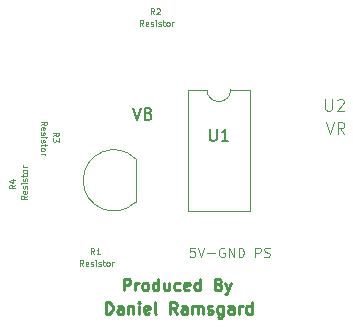
<source format=gbr>
%TF.GenerationSoftware,KiCad,Pcbnew,7.0.6-0*%
%TF.CreationDate,2023-07-26T14:31:40-04:00*%
%TF.ProjectId,Sleep_Apnea,536c6565-705f-4417-906e-65612e6b6963,rev?*%
%TF.SameCoordinates,Original*%
%TF.FileFunction,Legend,Top*%
%TF.FilePolarity,Positive*%
%FSLAX46Y46*%
G04 Gerber Fmt 4.6, Leading zero omitted, Abs format (unit mm)*
G04 Created by KiCad (PCBNEW 7.0.6-0) date 2023-07-26 14:31:40*
%MOMM*%
%LPD*%
G01*
G04 APERTURE LIST*
%ADD10C,0.250000*%
%ADD11C,0.100000*%
%ADD12C,0.150000*%
%ADD13C,0.120000*%
G04 APERTURE END LIST*
D10*
X132902568Y-117264619D02*
X132902568Y-116264619D01*
X132902568Y-116264619D02*
X133283520Y-116264619D01*
X133283520Y-116264619D02*
X133378758Y-116312238D01*
X133378758Y-116312238D02*
X133426377Y-116359857D01*
X133426377Y-116359857D02*
X133473996Y-116455095D01*
X133473996Y-116455095D02*
X133473996Y-116597952D01*
X133473996Y-116597952D02*
X133426377Y-116693190D01*
X133426377Y-116693190D02*
X133378758Y-116740809D01*
X133378758Y-116740809D02*
X133283520Y-116788428D01*
X133283520Y-116788428D02*
X132902568Y-116788428D01*
X133902568Y-117264619D02*
X133902568Y-116597952D01*
X133902568Y-116788428D02*
X133950187Y-116693190D01*
X133950187Y-116693190D02*
X133997806Y-116645571D01*
X133997806Y-116645571D02*
X134093044Y-116597952D01*
X134093044Y-116597952D02*
X134188282Y-116597952D01*
X134664473Y-117264619D02*
X134569235Y-117217000D01*
X134569235Y-117217000D02*
X134521616Y-117169380D01*
X134521616Y-117169380D02*
X134473997Y-117074142D01*
X134473997Y-117074142D02*
X134473997Y-116788428D01*
X134473997Y-116788428D02*
X134521616Y-116693190D01*
X134521616Y-116693190D02*
X134569235Y-116645571D01*
X134569235Y-116645571D02*
X134664473Y-116597952D01*
X134664473Y-116597952D02*
X134807330Y-116597952D01*
X134807330Y-116597952D02*
X134902568Y-116645571D01*
X134902568Y-116645571D02*
X134950187Y-116693190D01*
X134950187Y-116693190D02*
X134997806Y-116788428D01*
X134997806Y-116788428D02*
X134997806Y-117074142D01*
X134997806Y-117074142D02*
X134950187Y-117169380D01*
X134950187Y-117169380D02*
X134902568Y-117217000D01*
X134902568Y-117217000D02*
X134807330Y-117264619D01*
X134807330Y-117264619D02*
X134664473Y-117264619D01*
X135854949Y-117264619D02*
X135854949Y-116264619D01*
X135854949Y-117217000D02*
X135759711Y-117264619D01*
X135759711Y-117264619D02*
X135569235Y-117264619D01*
X135569235Y-117264619D02*
X135473997Y-117217000D01*
X135473997Y-117217000D02*
X135426378Y-117169380D01*
X135426378Y-117169380D02*
X135378759Y-117074142D01*
X135378759Y-117074142D02*
X135378759Y-116788428D01*
X135378759Y-116788428D02*
X135426378Y-116693190D01*
X135426378Y-116693190D02*
X135473997Y-116645571D01*
X135473997Y-116645571D02*
X135569235Y-116597952D01*
X135569235Y-116597952D02*
X135759711Y-116597952D01*
X135759711Y-116597952D02*
X135854949Y-116645571D01*
X136759711Y-116597952D02*
X136759711Y-117264619D01*
X136331140Y-116597952D02*
X136331140Y-117121761D01*
X136331140Y-117121761D02*
X136378759Y-117217000D01*
X136378759Y-117217000D02*
X136473997Y-117264619D01*
X136473997Y-117264619D02*
X136616854Y-117264619D01*
X136616854Y-117264619D02*
X136712092Y-117217000D01*
X136712092Y-117217000D02*
X136759711Y-117169380D01*
X137664473Y-117217000D02*
X137569235Y-117264619D01*
X137569235Y-117264619D02*
X137378759Y-117264619D01*
X137378759Y-117264619D02*
X137283521Y-117217000D01*
X137283521Y-117217000D02*
X137235902Y-117169380D01*
X137235902Y-117169380D02*
X137188283Y-117074142D01*
X137188283Y-117074142D02*
X137188283Y-116788428D01*
X137188283Y-116788428D02*
X137235902Y-116693190D01*
X137235902Y-116693190D02*
X137283521Y-116645571D01*
X137283521Y-116645571D02*
X137378759Y-116597952D01*
X137378759Y-116597952D02*
X137569235Y-116597952D01*
X137569235Y-116597952D02*
X137664473Y-116645571D01*
X138473997Y-117217000D02*
X138378759Y-117264619D01*
X138378759Y-117264619D02*
X138188283Y-117264619D01*
X138188283Y-117264619D02*
X138093045Y-117217000D01*
X138093045Y-117217000D02*
X138045426Y-117121761D01*
X138045426Y-117121761D02*
X138045426Y-116740809D01*
X138045426Y-116740809D02*
X138093045Y-116645571D01*
X138093045Y-116645571D02*
X138188283Y-116597952D01*
X138188283Y-116597952D02*
X138378759Y-116597952D01*
X138378759Y-116597952D02*
X138473997Y-116645571D01*
X138473997Y-116645571D02*
X138521616Y-116740809D01*
X138521616Y-116740809D02*
X138521616Y-116836047D01*
X138521616Y-116836047D02*
X138045426Y-116931285D01*
X139378759Y-117264619D02*
X139378759Y-116264619D01*
X139378759Y-117217000D02*
X139283521Y-117264619D01*
X139283521Y-117264619D02*
X139093045Y-117264619D01*
X139093045Y-117264619D02*
X138997807Y-117217000D01*
X138997807Y-117217000D02*
X138950188Y-117169380D01*
X138950188Y-117169380D02*
X138902569Y-117074142D01*
X138902569Y-117074142D02*
X138902569Y-116788428D01*
X138902569Y-116788428D02*
X138950188Y-116693190D01*
X138950188Y-116693190D02*
X138997807Y-116645571D01*
X138997807Y-116645571D02*
X139093045Y-116597952D01*
X139093045Y-116597952D02*
X139283521Y-116597952D01*
X139283521Y-116597952D02*
X139378759Y-116645571D01*
X140950188Y-116740809D02*
X141093045Y-116788428D01*
X141093045Y-116788428D02*
X141140664Y-116836047D01*
X141140664Y-116836047D02*
X141188283Y-116931285D01*
X141188283Y-116931285D02*
X141188283Y-117074142D01*
X141188283Y-117074142D02*
X141140664Y-117169380D01*
X141140664Y-117169380D02*
X141093045Y-117217000D01*
X141093045Y-117217000D02*
X140997807Y-117264619D01*
X140997807Y-117264619D02*
X140616855Y-117264619D01*
X140616855Y-117264619D02*
X140616855Y-116264619D01*
X140616855Y-116264619D02*
X140950188Y-116264619D01*
X140950188Y-116264619D02*
X141045426Y-116312238D01*
X141045426Y-116312238D02*
X141093045Y-116359857D01*
X141093045Y-116359857D02*
X141140664Y-116455095D01*
X141140664Y-116455095D02*
X141140664Y-116550333D01*
X141140664Y-116550333D02*
X141093045Y-116645571D01*
X141093045Y-116645571D02*
X141045426Y-116693190D01*
X141045426Y-116693190D02*
X140950188Y-116740809D01*
X140950188Y-116740809D02*
X140616855Y-116740809D01*
X141521617Y-116597952D02*
X141759712Y-117264619D01*
X141997807Y-116597952D02*
X141759712Y-117264619D01*
X141759712Y-117264619D02*
X141664474Y-117502714D01*
X141664474Y-117502714D02*
X141616855Y-117550333D01*
X141616855Y-117550333D02*
X141521617Y-117597952D01*
X131402568Y-119244619D02*
X131402568Y-118244619D01*
X131402568Y-118244619D02*
X131640663Y-118244619D01*
X131640663Y-118244619D02*
X131783520Y-118292238D01*
X131783520Y-118292238D02*
X131878758Y-118387476D01*
X131878758Y-118387476D02*
X131926377Y-118482714D01*
X131926377Y-118482714D02*
X131973996Y-118673190D01*
X131973996Y-118673190D02*
X131973996Y-118816047D01*
X131973996Y-118816047D02*
X131926377Y-119006523D01*
X131926377Y-119006523D02*
X131878758Y-119101761D01*
X131878758Y-119101761D02*
X131783520Y-119197000D01*
X131783520Y-119197000D02*
X131640663Y-119244619D01*
X131640663Y-119244619D02*
X131402568Y-119244619D01*
X132831139Y-119244619D02*
X132831139Y-118720809D01*
X132831139Y-118720809D02*
X132783520Y-118625571D01*
X132783520Y-118625571D02*
X132688282Y-118577952D01*
X132688282Y-118577952D02*
X132497806Y-118577952D01*
X132497806Y-118577952D02*
X132402568Y-118625571D01*
X132831139Y-119197000D02*
X132735901Y-119244619D01*
X132735901Y-119244619D02*
X132497806Y-119244619D01*
X132497806Y-119244619D02*
X132402568Y-119197000D01*
X132402568Y-119197000D02*
X132354949Y-119101761D01*
X132354949Y-119101761D02*
X132354949Y-119006523D01*
X132354949Y-119006523D02*
X132402568Y-118911285D01*
X132402568Y-118911285D02*
X132497806Y-118863666D01*
X132497806Y-118863666D02*
X132735901Y-118863666D01*
X132735901Y-118863666D02*
X132831139Y-118816047D01*
X133307330Y-118577952D02*
X133307330Y-119244619D01*
X133307330Y-118673190D02*
X133354949Y-118625571D01*
X133354949Y-118625571D02*
X133450187Y-118577952D01*
X133450187Y-118577952D02*
X133593044Y-118577952D01*
X133593044Y-118577952D02*
X133688282Y-118625571D01*
X133688282Y-118625571D02*
X133735901Y-118720809D01*
X133735901Y-118720809D02*
X133735901Y-119244619D01*
X134212092Y-119244619D02*
X134212092Y-118577952D01*
X134212092Y-118244619D02*
X134164473Y-118292238D01*
X134164473Y-118292238D02*
X134212092Y-118339857D01*
X134212092Y-118339857D02*
X134259711Y-118292238D01*
X134259711Y-118292238D02*
X134212092Y-118244619D01*
X134212092Y-118244619D02*
X134212092Y-118339857D01*
X135069234Y-119197000D02*
X134973996Y-119244619D01*
X134973996Y-119244619D02*
X134783520Y-119244619D01*
X134783520Y-119244619D02*
X134688282Y-119197000D01*
X134688282Y-119197000D02*
X134640663Y-119101761D01*
X134640663Y-119101761D02*
X134640663Y-118720809D01*
X134640663Y-118720809D02*
X134688282Y-118625571D01*
X134688282Y-118625571D02*
X134783520Y-118577952D01*
X134783520Y-118577952D02*
X134973996Y-118577952D01*
X134973996Y-118577952D02*
X135069234Y-118625571D01*
X135069234Y-118625571D02*
X135116853Y-118720809D01*
X135116853Y-118720809D02*
X135116853Y-118816047D01*
X135116853Y-118816047D02*
X134640663Y-118911285D01*
X135688282Y-119244619D02*
X135593044Y-119197000D01*
X135593044Y-119197000D02*
X135545425Y-119101761D01*
X135545425Y-119101761D02*
X135545425Y-118244619D01*
X137402568Y-119244619D02*
X137069235Y-118768428D01*
X136831140Y-119244619D02*
X136831140Y-118244619D01*
X136831140Y-118244619D02*
X137212092Y-118244619D01*
X137212092Y-118244619D02*
X137307330Y-118292238D01*
X137307330Y-118292238D02*
X137354949Y-118339857D01*
X137354949Y-118339857D02*
X137402568Y-118435095D01*
X137402568Y-118435095D02*
X137402568Y-118577952D01*
X137402568Y-118577952D02*
X137354949Y-118673190D01*
X137354949Y-118673190D02*
X137307330Y-118720809D01*
X137307330Y-118720809D02*
X137212092Y-118768428D01*
X137212092Y-118768428D02*
X136831140Y-118768428D01*
X138259711Y-119244619D02*
X138259711Y-118720809D01*
X138259711Y-118720809D02*
X138212092Y-118625571D01*
X138212092Y-118625571D02*
X138116854Y-118577952D01*
X138116854Y-118577952D02*
X137926378Y-118577952D01*
X137926378Y-118577952D02*
X137831140Y-118625571D01*
X138259711Y-119197000D02*
X138164473Y-119244619D01*
X138164473Y-119244619D02*
X137926378Y-119244619D01*
X137926378Y-119244619D02*
X137831140Y-119197000D01*
X137831140Y-119197000D02*
X137783521Y-119101761D01*
X137783521Y-119101761D02*
X137783521Y-119006523D01*
X137783521Y-119006523D02*
X137831140Y-118911285D01*
X137831140Y-118911285D02*
X137926378Y-118863666D01*
X137926378Y-118863666D02*
X138164473Y-118863666D01*
X138164473Y-118863666D02*
X138259711Y-118816047D01*
X138735902Y-119244619D02*
X138735902Y-118577952D01*
X138735902Y-118673190D02*
X138783521Y-118625571D01*
X138783521Y-118625571D02*
X138878759Y-118577952D01*
X138878759Y-118577952D02*
X139021616Y-118577952D01*
X139021616Y-118577952D02*
X139116854Y-118625571D01*
X139116854Y-118625571D02*
X139164473Y-118720809D01*
X139164473Y-118720809D02*
X139164473Y-119244619D01*
X139164473Y-118720809D02*
X139212092Y-118625571D01*
X139212092Y-118625571D02*
X139307330Y-118577952D01*
X139307330Y-118577952D02*
X139450187Y-118577952D01*
X139450187Y-118577952D02*
X139545426Y-118625571D01*
X139545426Y-118625571D02*
X139593045Y-118720809D01*
X139593045Y-118720809D02*
X139593045Y-119244619D01*
X140021616Y-119197000D02*
X140116854Y-119244619D01*
X140116854Y-119244619D02*
X140307330Y-119244619D01*
X140307330Y-119244619D02*
X140402568Y-119197000D01*
X140402568Y-119197000D02*
X140450187Y-119101761D01*
X140450187Y-119101761D02*
X140450187Y-119054142D01*
X140450187Y-119054142D02*
X140402568Y-118958904D01*
X140402568Y-118958904D02*
X140307330Y-118911285D01*
X140307330Y-118911285D02*
X140164473Y-118911285D01*
X140164473Y-118911285D02*
X140069235Y-118863666D01*
X140069235Y-118863666D02*
X140021616Y-118768428D01*
X140021616Y-118768428D02*
X140021616Y-118720809D01*
X140021616Y-118720809D02*
X140069235Y-118625571D01*
X140069235Y-118625571D02*
X140164473Y-118577952D01*
X140164473Y-118577952D02*
X140307330Y-118577952D01*
X140307330Y-118577952D02*
X140402568Y-118625571D01*
X141307330Y-118577952D02*
X141307330Y-119387476D01*
X141307330Y-119387476D02*
X141259711Y-119482714D01*
X141259711Y-119482714D02*
X141212092Y-119530333D01*
X141212092Y-119530333D02*
X141116854Y-119577952D01*
X141116854Y-119577952D02*
X140973997Y-119577952D01*
X140973997Y-119577952D02*
X140878759Y-119530333D01*
X141307330Y-119197000D02*
X141212092Y-119244619D01*
X141212092Y-119244619D02*
X141021616Y-119244619D01*
X141021616Y-119244619D02*
X140926378Y-119197000D01*
X140926378Y-119197000D02*
X140878759Y-119149380D01*
X140878759Y-119149380D02*
X140831140Y-119054142D01*
X140831140Y-119054142D02*
X140831140Y-118768428D01*
X140831140Y-118768428D02*
X140878759Y-118673190D01*
X140878759Y-118673190D02*
X140926378Y-118625571D01*
X140926378Y-118625571D02*
X141021616Y-118577952D01*
X141021616Y-118577952D02*
X141212092Y-118577952D01*
X141212092Y-118577952D02*
X141307330Y-118625571D01*
X142212092Y-119244619D02*
X142212092Y-118720809D01*
X142212092Y-118720809D02*
X142164473Y-118625571D01*
X142164473Y-118625571D02*
X142069235Y-118577952D01*
X142069235Y-118577952D02*
X141878759Y-118577952D01*
X141878759Y-118577952D02*
X141783521Y-118625571D01*
X142212092Y-119197000D02*
X142116854Y-119244619D01*
X142116854Y-119244619D02*
X141878759Y-119244619D01*
X141878759Y-119244619D02*
X141783521Y-119197000D01*
X141783521Y-119197000D02*
X141735902Y-119101761D01*
X141735902Y-119101761D02*
X141735902Y-119006523D01*
X141735902Y-119006523D02*
X141783521Y-118911285D01*
X141783521Y-118911285D02*
X141878759Y-118863666D01*
X141878759Y-118863666D02*
X142116854Y-118863666D01*
X142116854Y-118863666D02*
X142212092Y-118816047D01*
X142688283Y-119244619D02*
X142688283Y-118577952D01*
X142688283Y-118768428D02*
X142735902Y-118673190D01*
X142735902Y-118673190D02*
X142783521Y-118625571D01*
X142783521Y-118625571D02*
X142878759Y-118577952D01*
X142878759Y-118577952D02*
X142973997Y-118577952D01*
X143735902Y-119244619D02*
X143735902Y-118244619D01*
X143735902Y-119197000D02*
X143640664Y-119244619D01*
X143640664Y-119244619D02*
X143450188Y-119244619D01*
X143450188Y-119244619D02*
X143354950Y-119197000D01*
X143354950Y-119197000D02*
X143307331Y-119149380D01*
X143307331Y-119149380D02*
X143259712Y-119054142D01*
X143259712Y-119054142D02*
X143259712Y-118768428D01*
X143259712Y-118768428D02*
X143307331Y-118673190D01*
X143307331Y-118673190D02*
X143354950Y-118625571D01*
X143354950Y-118625571D02*
X143450188Y-118577952D01*
X143450188Y-118577952D02*
X143640664Y-118577952D01*
X143640664Y-118577952D02*
X143735902Y-118625571D01*
D11*
X138937217Y-113636895D02*
X138556265Y-113636895D01*
X138556265Y-113636895D02*
X138518169Y-114017847D01*
X138518169Y-114017847D02*
X138556265Y-113979752D01*
X138556265Y-113979752D02*
X138632455Y-113941657D01*
X138632455Y-113941657D02*
X138822931Y-113941657D01*
X138822931Y-113941657D02*
X138899122Y-113979752D01*
X138899122Y-113979752D02*
X138937217Y-114017847D01*
X138937217Y-114017847D02*
X138975312Y-114094038D01*
X138975312Y-114094038D02*
X138975312Y-114284514D01*
X138975312Y-114284514D02*
X138937217Y-114360704D01*
X138937217Y-114360704D02*
X138899122Y-114398800D01*
X138899122Y-114398800D02*
X138822931Y-114436895D01*
X138822931Y-114436895D02*
X138632455Y-114436895D01*
X138632455Y-114436895D02*
X138556265Y-114398800D01*
X138556265Y-114398800D02*
X138518169Y-114360704D01*
X139203884Y-113636895D02*
X139470551Y-114436895D01*
X139470551Y-114436895D02*
X139737217Y-113636895D01*
X140003884Y-114132133D02*
X140613408Y-114132133D01*
X141413407Y-113674990D02*
X141337217Y-113636895D01*
X141337217Y-113636895D02*
X141222931Y-113636895D01*
X141222931Y-113636895D02*
X141108645Y-113674990D01*
X141108645Y-113674990D02*
X141032455Y-113751180D01*
X141032455Y-113751180D02*
X140994360Y-113827371D01*
X140994360Y-113827371D02*
X140956264Y-113979752D01*
X140956264Y-113979752D02*
X140956264Y-114094038D01*
X140956264Y-114094038D02*
X140994360Y-114246419D01*
X140994360Y-114246419D02*
X141032455Y-114322609D01*
X141032455Y-114322609D02*
X141108645Y-114398800D01*
X141108645Y-114398800D02*
X141222931Y-114436895D01*
X141222931Y-114436895D02*
X141299122Y-114436895D01*
X141299122Y-114436895D02*
X141413407Y-114398800D01*
X141413407Y-114398800D02*
X141451503Y-114360704D01*
X141451503Y-114360704D02*
X141451503Y-114094038D01*
X141451503Y-114094038D02*
X141299122Y-114094038D01*
X141794360Y-114436895D02*
X141794360Y-113636895D01*
X141794360Y-113636895D02*
X142251503Y-114436895D01*
X142251503Y-114436895D02*
X142251503Y-113636895D01*
X142632455Y-114436895D02*
X142632455Y-113636895D01*
X142632455Y-113636895D02*
X142822931Y-113636895D01*
X142822931Y-113636895D02*
X142937217Y-113674990D01*
X142937217Y-113674990D02*
X143013407Y-113751180D01*
X143013407Y-113751180D02*
X143051502Y-113827371D01*
X143051502Y-113827371D02*
X143089598Y-113979752D01*
X143089598Y-113979752D02*
X143089598Y-114094038D01*
X143089598Y-114094038D02*
X143051502Y-114246419D01*
X143051502Y-114246419D02*
X143013407Y-114322609D01*
X143013407Y-114322609D02*
X142937217Y-114398800D01*
X142937217Y-114398800D02*
X142822931Y-114436895D01*
X142822931Y-114436895D02*
X142632455Y-114436895D01*
X144041979Y-114436895D02*
X144041979Y-113636895D01*
X144041979Y-113636895D02*
X144346741Y-113636895D01*
X144346741Y-113636895D02*
X144422931Y-113674990D01*
X144422931Y-113674990D02*
X144461026Y-113713085D01*
X144461026Y-113713085D02*
X144499122Y-113789276D01*
X144499122Y-113789276D02*
X144499122Y-113903561D01*
X144499122Y-113903561D02*
X144461026Y-113979752D01*
X144461026Y-113979752D02*
X144422931Y-114017847D01*
X144422931Y-114017847D02*
X144346741Y-114055942D01*
X144346741Y-114055942D02*
X144041979Y-114055942D01*
X144803883Y-114398800D02*
X144918169Y-114436895D01*
X144918169Y-114436895D02*
X145108645Y-114436895D01*
X145108645Y-114436895D02*
X145184836Y-114398800D01*
X145184836Y-114398800D02*
X145222931Y-114360704D01*
X145222931Y-114360704D02*
X145261026Y-114284514D01*
X145261026Y-114284514D02*
X145261026Y-114208323D01*
X145261026Y-114208323D02*
X145222931Y-114132133D01*
X145222931Y-114132133D02*
X145184836Y-114094038D01*
X145184836Y-114094038D02*
X145108645Y-114055942D01*
X145108645Y-114055942D02*
X144956264Y-114017847D01*
X144956264Y-114017847D02*
X144880074Y-113979752D01*
X144880074Y-113979752D02*
X144841979Y-113941657D01*
X144841979Y-113941657D02*
X144803883Y-113865466D01*
X144803883Y-113865466D02*
X144803883Y-113789276D01*
X144803883Y-113789276D02*
X144841979Y-113713085D01*
X144841979Y-113713085D02*
X144880074Y-113674990D01*
X144880074Y-113674990D02*
X144956264Y-113636895D01*
X144956264Y-113636895D02*
X145146741Y-113636895D01*
X145146741Y-113636895D02*
X145261026Y-113674990D01*
X123726109Y-108333333D02*
X123488014Y-108499999D01*
X123726109Y-108619047D02*
X123226109Y-108619047D01*
X123226109Y-108619047D02*
X123226109Y-108428571D01*
X123226109Y-108428571D02*
X123249919Y-108380952D01*
X123249919Y-108380952D02*
X123273728Y-108357142D01*
X123273728Y-108357142D02*
X123321347Y-108333333D01*
X123321347Y-108333333D02*
X123392776Y-108333333D01*
X123392776Y-108333333D02*
X123440395Y-108357142D01*
X123440395Y-108357142D02*
X123464204Y-108380952D01*
X123464204Y-108380952D02*
X123488014Y-108428571D01*
X123488014Y-108428571D02*
X123488014Y-108619047D01*
X123392776Y-107904761D02*
X123726109Y-107904761D01*
X123202300Y-108023809D02*
X123559442Y-108142856D01*
X123559442Y-108142856D02*
X123559442Y-107833333D01*
X124733609Y-109259449D02*
X124495514Y-109426115D01*
X124733609Y-109545163D02*
X124233609Y-109545163D01*
X124233609Y-109545163D02*
X124233609Y-109354687D01*
X124233609Y-109354687D02*
X124257419Y-109307068D01*
X124257419Y-109307068D02*
X124281228Y-109283258D01*
X124281228Y-109283258D02*
X124328847Y-109259449D01*
X124328847Y-109259449D02*
X124400276Y-109259449D01*
X124400276Y-109259449D02*
X124447895Y-109283258D01*
X124447895Y-109283258D02*
X124471704Y-109307068D01*
X124471704Y-109307068D02*
X124495514Y-109354687D01*
X124495514Y-109354687D02*
X124495514Y-109545163D01*
X124709800Y-108854687D02*
X124733609Y-108902306D01*
X124733609Y-108902306D02*
X124733609Y-108997544D01*
X124733609Y-108997544D02*
X124709800Y-109045163D01*
X124709800Y-109045163D02*
X124662180Y-109068972D01*
X124662180Y-109068972D02*
X124471704Y-109068972D01*
X124471704Y-109068972D02*
X124424085Y-109045163D01*
X124424085Y-109045163D02*
X124400276Y-108997544D01*
X124400276Y-108997544D02*
X124400276Y-108902306D01*
X124400276Y-108902306D02*
X124424085Y-108854687D01*
X124424085Y-108854687D02*
X124471704Y-108830877D01*
X124471704Y-108830877D02*
X124519323Y-108830877D01*
X124519323Y-108830877D02*
X124566942Y-109068972D01*
X124709800Y-108640401D02*
X124733609Y-108592782D01*
X124733609Y-108592782D02*
X124733609Y-108497544D01*
X124733609Y-108497544D02*
X124709800Y-108449925D01*
X124709800Y-108449925D02*
X124662180Y-108426116D01*
X124662180Y-108426116D02*
X124638371Y-108426116D01*
X124638371Y-108426116D02*
X124590752Y-108449925D01*
X124590752Y-108449925D02*
X124566942Y-108497544D01*
X124566942Y-108497544D02*
X124566942Y-108568973D01*
X124566942Y-108568973D02*
X124543133Y-108616592D01*
X124543133Y-108616592D02*
X124495514Y-108640401D01*
X124495514Y-108640401D02*
X124471704Y-108640401D01*
X124471704Y-108640401D02*
X124424085Y-108616592D01*
X124424085Y-108616592D02*
X124400276Y-108568973D01*
X124400276Y-108568973D02*
X124400276Y-108497544D01*
X124400276Y-108497544D02*
X124424085Y-108449925D01*
X124733609Y-108211830D02*
X124400276Y-108211830D01*
X124233609Y-108211830D02*
X124257419Y-108235639D01*
X124257419Y-108235639D02*
X124281228Y-108211830D01*
X124281228Y-108211830D02*
X124257419Y-108188020D01*
X124257419Y-108188020D02*
X124233609Y-108211830D01*
X124233609Y-108211830D02*
X124281228Y-108211830D01*
X124709800Y-107997544D02*
X124733609Y-107949925D01*
X124733609Y-107949925D02*
X124733609Y-107854687D01*
X124733609Y-107854687D02*
X124709800Y-107807068D01*
X124709800Y-107807068D02*
X124662180Y-107783259D01*
X124662180Y-107783259D02*
X124638371Y-107783259D01*
X124638371Y-107783259D02*
X124590752Y-107807068D01*
X124590752Y-107807068D02*
X124566942Y-107854687D01*
X124566942Y-107854687D02*
X124566942Y-107926116D01*
X124566942Y-107926116D02*
X124543133Y-107973735D01*
X124543133Y-107973735D02*
X124495514Y-107997544D01*
X124495514Y-107997544D02*
X124471704Y-107997544D01*
X124471704Y-107997544D02*
X124424085Y-107973735D01*
X124424085Y-107973735D02*
X124400276Y-107926116D01*
X124400276Y-107926116D02*
X124400276Y-107854687D01*
X124400276Y-107854687D02*
X124424085Y-107807068D01*
X124400276Y-107640401D02*
X124400276Y-107449925D01*
X124233609Y-107568973D02*
X124662180Y-107568973D01*
X124662180Y-107568973D02*
X124709800Y-107545163D01*
X124709800Y-107545163D02*
X124733609Y-107497544D01*
X124733609Y-107497544D02*
X124733609Y-107449925D01*
X124733609Y-107211830D02*
X124709800Y-107259449D01*
X124709800Y-107259449D02*
X124685990Y-107283259D01*
X124685990Y-107283259D02*
X124638371Y-107307068D01*
X124638371Y-107307068D02*
X124495514Y-107307068D01*
X124495514Y-107307068D02*
X124447895Y-107283259D01*
X124447895Y-107283259D02*
X124424085Y-107259449D01*
X124424085Y-107259449D02*
X124400276Y-107211830D01*
X124400276Y-107211830D02*
X124400276Y-107140402D01*
X124400276Y-107140402D02*
X124424085Y-107092783D01*
X124424085Y-107092783D02*
X124447895Y-107068973D01*
X124447895Y-107068973D02*
X124495514Y-107045164D01*
X124495514Y-107045164D02*
X124638371Y-107045164D01*
X124638371Y-107045164D02*
X124685990Y-107068973D01*
X124685990Y-107068973D02*
X124709800Y-107092783D01*
X124709800Y-107092783D02*
X124733609Y-107140402D01*
X124733609Y-107140402D02*
X124733609Y-107211830D01*
X124733609Y-106830878D02*
X124400276Y-106830878D01*
X124495514Y-106830878D02*
X124447895Y-106807068D01*
X124447895Y-106807068D02*
X124424085Y-106783259D01*
X124424085Y-106783259D02*
X124400276Y-106735640D01*
X124400276Y-106735640D02*
X124400276Y-106688021D01*
X130426666Y-114196109D02*
X130260000Y-113958014D01*
X130140952Y-114196109D02*
X130140952Y-113696109D01*
X130140952Y-113696109D02*
X130331428Y-113696109D01*
X130331428Y-113696109D02*
X130379047Y-113719919D01*
X130379047Y-113719919D02*
X130402857Y-113743728D01*
X130402857Y-113743728D02*
X130426666Y-113791347D01*
X130426666Y-113791347D02*
X130426666Y-113862776D01*
X130426666Y-113862776D02*
X130402857Y-113910395D01*
X130402857Y-113910395D02*
X130379047Y-113934204D01*
X130379047Y-113934204D02*
X130331428Y-113958014D01*
X130331428Y-113958014D02*
X130140952Y-113958014D01*
X130902857Y-114196109D02*
X130617143Y-114196109D01*
X130760000Y-114196109D02*
X130760000Y-113696109D01*
X130760000Y-113696109D02*
X130712381Y-113767538D01*
X130712381Y-113767538D02*
X130664762Y-113815157D01*
X130664762Y-113815157D02*
X130617143Y-113838966D01*
X129500550Y-115203609D02*
X129333884Y-114965514D01*
X129214836Y-115203609D02*
X129214836Y-114703609D01*
X129214836Y-114703609D02*
X129405312Y-114703609D01*
X129405312Y-114703609D02*
X129452931Y-114727419D01*
X129452931Y-114727419D02*
X129476741Y-114751228D01*
X129476741Y-114751228D02*
X129500550Y-114798847D01*
X129500550Y-114798847D02*
X129500550Y-114870276D01*
X129500550Y-114870276D02*
X129476741Y-114917895D01*
X129476741Y-114917895D02*
X129452931Y-114941704D01*
X129452931Y-114941704D02*
X129405312Y-114965514D01*
X129405312Y-114965514D02*
X129214836Y-114965514D01*
X129905312Y-115179800D02*
X129857693Y-115203609D01*
X129857693Y-115203609D02*
X129762455Y-115203609D01*
X129762455Y-115203609D02*
X129714836Y-115179800D01*
X129714836Y-115179800D02*
X129691027Y-115132180D01*
X129691027Y-115132180D02*
X129691027Y-114941704D01*
X129691027Y-114941704D02*
X129714836Y-114894085D01*
X129714836Y-114894085D02*
X129762455Y-114870276D01*
X129762455Y-114870276D02*
X129857693Y-114870276D01*
X129857693Y-114870276D02*
X129905312Y-114894085D01*
X129905312Y-114894085D02*
X129929122Y-114941704D01*
X129929122Y-114941704D02*
X129929122Y-114989323D01*
X129929122Y-114989323D02*
X129691027Y-115036942D01*
X130119598Y-115179800D02*
X130167217Y-115203609D01*
X130167217Y-115203609D02*
X130262455Y-115203609D01*
X130262455Y-115203609D02*
X130310074Y-115179800D01*
X130310074Y-115179800D02*
X130333883Y-115132180D01*
X130333883Y-115132180D02*
X130333883Y-115108371D01*
X130333883Y-115108371D02*
X130310074Y-115060752D01*
X130310074Y-115060752D02*
X130262455Y-115036942D01*
X130262455Y-115036942D02*
X130191026Y-115036942D01*
X130191026Y-115036942D02*
X130143407Y-115013133D01*
X130143407Y-115013133D02*
X130119598Y-114965514D01*
X130119598Y-114965514D02*
X130119598Y-114941704D01*
X130119598Y-114941704D02*
X130143407Y-114894085D01*
X130143407Y-114894085D02*
X130191026Y-114870276D01*
X130191026Y-114870276D02*
X130262455Y-114870276D01*
X130262455Y-114870276D02*
X130310074Y-114894085D01*
X130548169Y-115203609D02*
X130548169Y-114870276D01*
X130548169Y-114703609D02*
X130524360Y-114727419D01*
X130524360Y-114727419D02*
X130548169Y-114751228D01*
X130548169Y-114751228D02*
X130571979Y-114727419D01*
X130571979Y-114727419D02*
X130548169Y-114703609D01*
X130548169Y-114703609D02*
X130548169Y-114751228D01*
X130762455Y-115179800D02*
X130810074Y-115203609D01*
X130810074Y-115203609D02*
X130905312Y-115203609D01*
X130905312Y-115203609D02*
X130952931Y-115179800D01*
X130952931Y-115179800D02*
X130976740Y-115132180D01*
X130976740Y-115132180D02*
X130976740Y-115108371D01*
X130976740Y-115108371D02*
X130952931Y-115060752D01*
X130952931Y-115060752D02*
X130905312Y-115036942D01*
X130905312Y-115036942D02*
X130833883Y-115036942D01*
X130833883Y-115036942D02*
X130786264Y-115013133D01*
X130786264Y-115013133D02*
X130762455Y-114965514D01*
X130762455Y-114965514D02*
X130762455Y-114941704D01*
X130762455Y-114941704D02*
X130786264Y-114894085D01*
X130786264Y-114894085D02*
X130833883Y-114870276D01*
X130833883Y-114870276D02*
X130905312Y-114870276D01*
X130905312Y-114870276D02*
X130952931Y-114894085D01*
X131119598Y-114870276D02*
X131310074Y-114870276D01*
X131191026Y-114703609D02*
X131191026Y-115132180D01*
X131191026Y-115132180D02*
X131214836Y-115179800D01*
X131214836Y-115179800D02*
X131262455Y-115203609D01*
X131262455Y-115203609D02*
X131310074Y-115203609D01*
X131548169Y-115203609D02*
X131500550Y-115179800D01*
X131500550Y-115179800D02*
X131476740Y-115155990D01*
X131476740Y-115155990D02*
X131452931Y-115108371D01*
X131452931Y-115108371D02*
X131452931Y-114965514D01*
X131452931Y-114965514D02*
X131476740Y-114917895D01*
X131476740Y-114917895D02*
X131500550Y-114894085D01*
X131500550Y-114894085D02*
X131548169Y-114870276D01*
X131548169Y-114870276D02*
X131619597Y-114870276D01*
X131619597Y-114870276D02*
X131667216Y-114894085D01*
X131667216Y-114894085D02*
X131691026Y-114917895D01*
X131691026Y-114917895D02*
X131714835Y-114965514D01*
X131714835Y-114965514D02*
X131714835Y-115108371D01*
X131714835Y-115108371D02*
X131691026Y-115155990D01*
X131691026Y-115155990D02*
X131667216Y-115179800D01*
X131667216Y-115179800D02*
X131619597Y-115203609D01*
X131619597Y-115203609D02*
X131548169Y-115203609D01*
X131929121Y-115203609D02*
X131929121Y-114870276D01*
X131929121Y-114965514D02*
X131952931Y-114917895D01*
X131952931Y-114917895D02*
X131976740Y-114894085D01*
X131976740Y-114894085D02*
X132024359Y-114870276D01*
X132024359Y-114870276D02*
X132071978Y-114870276D01*
D12*
X140208095Y-103594819D02*
X140208095Y-104404342D01*
X140208095Y-104404342D02*
X140255714Y-104499580D01*
X140255714Y-104499580D02*
X140303333Y-104547200D01*
X140303333Y-104547200D02*
X140398571Y-104594819D01*
X140398571Y-104594819D02*
X140589047Y-104594819D01*
X140589047Y-104594819D02*
X140684285Y-104547200D01*
X140684285Y-104547200D02*
X140731904Y-104499580D01*
X140731904Y-104499580D02*
X140779523Y-104404342D01*
X140779523Y-104404342D02*
X140779523Y-103594819D01*
X141779523Y-104594819D02*
X141208095Y-104594819D01*
X141493809Y-104594819D02*
X141493809Y-103594819D01*
X141493809Y-103594819D02*
X141398571Y-103737676D01*
X141398571Y-103737676D02*
X141303333Y-103832914D01*
X141303333Y-103832914D02*
X141208095Y-103880533D01*
X133693922Y-101809819D02*
X134027255Y-102809819D01*
X134027255Y-102809819D02*
X134360588Y-101809819D01*
X135027255Y-102286009D02*
X135170112Y-102333628D01*
X135170112Y-102333628D02*
X135217731Y-102381247D01*
X135217731Y-102381247D02*
X135265350Y-102476485D01*
X135265350Y-102476485D02*
X135265350Y-102619342D01*
X135265350Y-102619342D02*
X135217731Y-102714580D01*
X135217731Y-102714580D02*
X135170112Y-102762200D01*
X135170112Y-102762200D02*
X135074874Y-102809819D01*
X135074874Y-102809819D02*
X134693922Y-102809819D01*
X134693922Y-102809819D02*
X134693922Y-101809819D01*
X134693922Y-101809819D02*
X135027255Y-101809819D01*
X135027255Y-101809819D02*
X135122493Y-101857438D01*
X135122493Y-101857438D02*
X135170112Y-101905057D01*
X135170112Y-101905057D02*
X135217731Y-102000295D01*
X135217731Y-102000295D02*
X135217731Y-102095533D01*
X135217731Y-102095533D02*
X135170112Y-102190771D01*
X135170112Y-102190771D02*
X135122493Y-102238390D01*
X135122493Y-102238390D02*
X135027255Y-102286009D01*
X135027255Y-102286009D02*
X134693922Y-102286009D01*
D11*
X135506666Y-93876109D02*
X135340000Y-93638014D01*
X135220952Y-93876109D02*
X135220952Y-93376109D01*
X135220952Y-93376109D02*
X135411428Y-93376109D01*
X135411428Y-93376109D02*
X135459047Y-93399919D01*
X135459047Y-93399919D02*
X135482857Y-93423728D01*
X135482857Y-93423728D02*
X135506666Y-93471347D01*
X135506666Y-93471347D02*
X135506666Y-93542776D01*
X135506666Y-93542776D02*
X135482857Y-93590395D01*
X135482857Y-93590395D02*
X135459047Y-93614204D01*
X135459047Y-93614204D02*
X135411428Y-93638014D01*
X135411428Y-93638014D02*
X135220952Y-93638014D01*
X135697143Y-93423728D02*
X135720952Y-93399919D01*
X135720952Y-93399919D02*
X135768571Y-93376109D01*
X135768571Y-93376109D02*
X135887619Y-93376109D01*
X135887619Y-93376109D02*
X135935238Y-93399919D01*
X135935238Y-93399919D02*
X135959047Y-93423728D01*
X135959047Y-93423728D02*
X135982857Y-93471347D01*
X135982857Y-93471347D02*
X135982857Y-93518966D01*
X135982857Y-93518966D02*
X135959047Y-93590395D01*
X135959047Y-93590395D02*
X135673333Y-93876109D01*
X135673333Y-93876109D02*
X135982857Y-93876109D01*
X134580550Y-94883609D02*
X134413884Y-94645514D01*
X134294836Y-94883609D02*
X134294836Y-94383609D01*
X134294836Y-94383609D02*
X134485312Y-94383609D01*
X134485312Y-94383609D02*
X134532931Y-94407419D01*
X134532931Y-94407419D02*
X134556741Y-94431228D01*
X134556741Y-94431228D02*
X134580550Y-94478847D01*
X134580550Y-94478847D02*
X134580550Y-94550276D01*
X134580550Y-94550276D02*
X134556741Y-94597895D01*
X134556741Y-94597895D02*
X134532931Y-94621704D01*
X134532931Y-94621704D02*
X134485312Y-94645514D01*
X134485312Y-94645514D02*
X134294836Y-94645514D01*
X134985312Y-94859800D02*
X134937693Y-94883609D01*
X134937693Y-94883609D02*
X134842455Y-94883609D01*
X134842455Y-94883609D02*
X134794836Y-94859800D01*
X134794836Y-94859800D02*
X134771027Y-94812180D01*
X134771027Y-94812180D02*
X134771027Y-94621704D01*
X134771027Y-94621704D02*
X134794836Y-94574085D01*
X134794836Y-94574085D02*
X134842455Y-94550276D01*
X134842455Y-94550276D02*
X134937693Y-94550276D01*
X134937693Y-94550276D02*
X134985312Y-94574085D01*
X134985312Y-94574085D02*
X135009122Y-94621704D01*
X135009122Y-94621704D02*
X135009122Y-94669323D01*
X135009122Y-94669323D02*
X134771027Y-94716942D01*
X135199598Y-94859800D02*
X135247217Y-94883609D01*
X135247217Y-94883609D02*
X135342455Y-94883609D01*
X135342455Y-94883609D02*
X135390074Y-94859800D01*
X135390074Y-94859800D02*
X135413883Y-94812180D01*
X135413883Y-94812180D02*
X135413883Y-94788371D01*
X135413883Y-94788371D02*
X135390074Y-94740752D01*
X135390074Y-94740752D02*
X135342455Y-94716942D01*
X135342455Y-94716942D02*
X135271026Y-94716942D01*
X135271026Y-94716942D02*
X135223407Y-94693133D01*
X135223407Y-94693133D02*
X135199598Y-94645514D01*
X135199598Y-94645514D02*
X135199598Y-94621704D01*
X135199598Y-94621704D02*
X135223407Y-94574085D01*
X135223407Y-94574085D02*
X135271026Y-94550276D01*
X135271026Y-94550276D02*
X135342455Y-94550276D01*
X135342455Y-94550276D02*
X135390074Y-94574085D01*
X135628169Y-94883609D02*
X135628169Y-94550276D01*
X135628169Y-94383609D02*
X135604360Y-94407419D01*
X135604360Y-94407419D02*
X135628169Y-94431228D01*
X135628169Y-94431228D02*
X135651979Y-94407419D01*
X135651979Y-94407419D02*
X135628169Y-94383609D01*
X135628169Y-94383609D02*
X135628169Y-94431228D01*
X135842455Y-94859800D02*
X135890074Y-94883609D01*
X135890074Y-94883609D02*
X135985312Y-94883609D01*
X135985312Y-94883609D02*
X136032931Y-94859800D01*
X136032931Y-94859800D02*
X136056740Y-94812180D01*
X136056740Y-94812180D02*
X136056740Y-94788371D01*
X136056740Y-94788371D02*
X136032931Y-94740752D01*
X136032931Y-94740752D02*
X135985312Y-94716942D01*
X135985312Y-94716942D02*
X135913883Y-94716942D01*
X135913883Y-94716942D02*
X135866264Y-94693133D01*
X135866264Y-94693133D02*
X135842455Y-94645514D01*
X135842455Y-94645514D02*
X135842455Y-94621704D01*
X135842455Y-94621704D02*
X135866264Y-94574085D01*
X135866264Y-94574085D02*
X135913883Y-94550276D01*
X135913883Y-94550276D02*
X135985312Y-94550276D01*
X135985312Y-94550276D02*
X136032931Y-94574085D01*
X136199598Y-94550276D02*
X136390074Y-94550276D01*
X136271026Y-94383609D02*
X136271026Y-94812180D01*
X136271026Y-94812180D02*
X136294836Y-94859800D01*
X136294836Y-94859800D02*
X136342455Y-94883609D01*
X136342455Y-94883609D02*
X136390074Y-94883609D01*
X136628169Y-94883609D02*
X136580550Y-94859800D01*
X136580550Y-94859800D02*
X136556740Y-94835990D01*
X136556740Y-94835990D02*
X136532931Y-94788371D01*
X136532931Y-94788371D02*
X136532931Y-94645514D01*
X136532931Y-94645514D02*
X136556740Y-94597895D01*
X136556740Y-94597895D02*
X136580550Y-94574085D01*
X136580550Y-94574085D02*
X136628169Y-94550276D01*
X136628169Y-94550276D02*
X136699597Y-94550276D01*
X136699597Y-94550276D02*
X136747216Y-94574085D01*
X136747216Y-94574085D02*
X136771026Y-94597895D01*
X136771026Y-94597895D02*
X136794835Y-94645514D01*
X136794835Y-94645514D02*
X136794835Y-94788371D01*
X136794835Y-94788371D02*
X136771026Y-94835990D01*
X136771026Y-94835990D02*
X136747216Y-94859800D01*
X136747216Y-94859800D02*
X136699597Y-94883609D01*
X136699597Y-94883609D02*
X136628169Y-94883609D01*
X137009121Y-94883609D02*
X137009121Y-94550276D01*
X137009121Y-94645514D02*
X137032931Y-94597895D01*
X137032931Y-94597895D02*
X137056740Y-94574085D01*
X137056740Y-94574085D02*
X137104359Y-94550276D01*
X137104359Y-94550276D02*
X137151978Y-94550276D01*
X149978095Y-101057419D02*
X149978095Y-101866942D01*
X149978095Y-101866942D02*
X150025714Y-101962180D01*
X150025714Y-101962180D02*
X150073333Y-102009800D01*
X150073333Y-102009800D02*
X150168571Y-102057419D01*
X150168571Y-102057419D02*
X150359047Y-102057419D01*
X150359047Y-102057419D02*
X150454285Y-102009800D01*
X150454285Y-102009800D02*
X150501904Y-101962180D01*
X150501904Y-101962180D02*
X150549523Y-101866942D01*
X150549523Y-101866942D02*
X150549523Y-101057419D01*
X150978095Y-101152657D02*
X151025714Y-101105038D01*
X151025714Y-101105038D02*
X151120952Y-101057419D01*
X151120952Y-101057419D02*
X151359047Y-101057419D01*
X151359047Y-101057419D02*
X151454285Y-101105038D01*
X151454285Y-101105038D02*
X151501904Y-101152657D01*
X151501904Y-101152657D02*
X151549523Y-101247895D01*
X151549523Y-101247895D02*
X151549523Y-101343133D01*
X151549523Y-101343133D02*
X151501904Y-101485990D01*
X151501904Y-101485990D02*
X150930476Y-102057419D01*
X150930476Y-102057419D02*
X151549523Y-102057419D01*
X150021027Y-103012419D02*
X150354360Y-104012419D01*
X150354360Y-104012419D02*
X150687693Y-103012419D01*
X151592455Y-104012419D02*
X151259122Y-103536228D01*
X151021027Y-104012419D02*
X151021027Y-103012419D01*
X151021027Y-103012419D02*
X151401979Y-103012419D01*
X151401979Y-103012419D02*
X151497217Y-103060038D01*
X151497217Y-103060038D02*
X151544836Y-103107657D01*
X151544836Y-103107657D02*
X151592455Y-103202895D01*
X151592455Y-103202895D02*
X151592455Y-103345752D01*
X151592455Y-103345752D02*
X151544836Y-103440990D01*
X151544836Y-103440990D02*
X151497217Y-103488609D01*
X151497217Y-103488609D02*
X151401979Y-103536228D01*
X151401979Y-103536228D02*
X151021027Y-103536228D01*
X126903890Y-104196666D02*
X127141985Y-104030000D01*
X126903890Y-103910952D02*
X127403890Y-103910952D01*
X127403890Y-103910952D02*
X127403890Y-104101428D01*
X127403890Y-104101428D02*
X127380080Y-104149047D01*
X127380080Y-104149047D02*
X127356271Y-104172857D01*
X127356271Y-104172857D02*
X127308652Y-104196666D01*
X127308652Y-104196666D02*
X127237223Y-104196666D01*
X127237223Y-104196666D02*
X127189604Y-104172857D01*
X127189604Y-104172857D02*
X127165795Y-104149047D01*
X127165795Y-104149047D02*
X127141985Y-104101428D01*
X127141985Y-104101428D02*
X127141985Y-103910952D01*
X127403890Y-104363333D02*
X127403890Y-104672857D01*
X127403890Y-104672857D02*
X127213414Y-104506190D01*
X127213414Y-104506190D02*
X127213414Y-104577619D01*
X127213414Y-104577619D02*
X127189604Y-104625238D01*
X127189604Y-104625238D02*
X127165795Y-104649047D01*
X127165795Y-104649047D02*
X127118176Y-104672857D01*
X127118176Y-104672857D02*
X126999128Y-104672857D01*
X126999128Y-104672857D02*
X126951509Y-104649047D01*
X126951509Y-104649047D02*
X126927700Y-104625238D01*
X126927700Y-104625238D02*
X126903890Y-104577619D01*
X126903890Y-104577619D02*
X126903890Y-104434762D01*
X126903890Y-104434762D02*
X126927700Y-104387143D01*
X126927700Y-104387143D02*
X126951509Y-104363333D01*
X125896390Y-103270550D02*
X126134485Y-103103884D01*
X125896390Y-102984836D02*
X126396390Y-102984836D01*
X126396390Y-102984836D02*
X126396390Y-103175312D01*
X126396390Y-103175312D02*
X126372580Y-103222931D01*
X126372580Y-103222931D02*
X126348771Y-103246741D01*
X126348771Y-103246741D02*
X126301152Y-103270550D01*
X126301152Y-103270550D02*
X126229723Y-103270550D01*
X126229723Y-103270550D02*
X126182104Y-103246741D01*
X126182104Y-103246741D02*
X126158295Y-103222931D01*
X126158295Y-103222931D02*
X126134485Y-103175312D01*
X126134485Y-103175312D02*
X126134485Y-102984836D01*
X125920200Y-103675312D02*
X125896390Y-103627693D01*
X125896390Y-103627693D02*
X125896390Y-103532455D01*
X125896390Y-103532455D02*
X125920200Y-103484836D01*
X125920200Y-103484836D02*
X125967819Y-103461027D01*
X125967819Y-103461027D02*
X126158295Y-103461027D01*
X126158295Y-103461027D02*
X126205914Y-103484836D01*
X126205914Y-103484836D02*
X126229723Y-103532455D01*
X126229723Y-103532455D02*
X126229723Y-103627693D01*
X126229723Y-103627693D02*
X126205914Y-103675312D01*
X126205914Y-103675312D02*
X126158295Y-103699122D01*
X126158295Y-103699122D02*
X126110676Y-103699122D01*
X126110676Y-103699122D02*
X126063057Y-103461027D01*
X125920200Y-103889598D02*
X125896390Y-103937217D01*
X125896390Y-103937217D02*
X125896390Y-104032455D01*
X125896390Y-104032455D02*
X125920200Y-104080074D01*
X125920200Y-104080074D02*
X125967819Y-104103883D01*
X125967819Y-104103883D02*
X125991628Y-104103883D01*
X125991628Y-104103883D02*
X126039247Y-104080074D01*
X126039247Y-104080074D02*
X126063057Y-104032455D01*
X126063057Y-104032455D02*
X126063057Y-103961026D01*
X126063057Y-103961026D02*
X126086866Y-103913407D01*
X126086866Y-103913407D02*
X126134485Y-103889598D01*
X126134485Y-103889598D02*
X126158295Y-103889598D01*
X126158295Y-103889598D02*
X126205914Y-103913407D01*
X126205914Y-103913407D02*
X126229723Y-103961026D01*
X126229723Y-103961026D02*
X126229723Y-104032455D01*
X126229723Y-104032455D02*
X126205914Y-104080074D01*
X125896390Y-104318169D02*
X126229723Y-104318169D01*
X126396390Y-104318169D02*
X126372580Y-104294360D01*
X126372580Y-104294360D02*
X126348771Y-104318169D01*
X126348771Y-104318169D02*
X126372580Y-104341979D01*
X126372580Y-104341979D02*
X126396390Y-104318169D01*
X126396390Y-104318169D02*
X126348771Y-104318169D01*
X125920200Y-104532455D02*
X125896390Y-104580074D01*
X125896390Y-104580074D02*
X125896390Y-104675312D01*
X125896390Y-104675312D02*
X125920200Y-104722931D01*
X125920200Y-104722931D02*
X125967819Y-104746740D01*
X125967819Y-104746740D02*
X125991628Y-104746740D01*
X125991628Y-104746740D02*
X126039247Y-104722931D01*
X126039247Y-104722931D02*
X126063057Y-104675312D01*
X126063057Y-104675312D02*
X126063057Y-104603883D01*
X126063057Y-104603883D02*
X126086866Y-104556264D01*
X126086866Y-104556264D02*
X126134485Y-104532455D01*
X126134485Y-104532455D02*
X126158295Y-104532455D01*
X126158295Y-104532455D02*
X126205914Y-104556264D01*
X126205914Y-104556264D02*
X126229723Y-104603883D01*
X126229723Y-104603883D02*
X126229723Y-104675312D01*
X126229723Y-104675312D02*
X126205914Y-104722931D01*
X126229723Y-104889598D02*
X126229723Y-105080074D01*
X126396390Y-104961026D02*
X125967819Y-104961026D01*
X125967819Y-104961026D02*
X125920200Y-104984836D01*
X125920200Y-104984836D02*
X125896390Y-105032455D01*
X125896390Y-105032455D02*
X125896390Y-105080074D01*
X125896390Y-105318169D02*
X125920200Y-105270550D01*
X125920200Y-105270550D02*
X125944009Y-105246740D01*
X125944009Y-105246740D02*
X125991628Y-105222931D01*
X125991628Y-105222931D02*
X126134485Y-105222931D01*
X126134485Y-105222931D02*
X126182104Y-105246740D01*
X126182104Y-105246740D02*
X126205914Y-105270550D01*
X126205914Y-105270550D02*
X126229723Y-105318169D01*
X126229723Y-105318169D02*
X126229723Y-105389597D01*
X126229723Y-105389597D02*
X126205914Y-105437216D01*
X126205914Y-105437216D02*
X126182104Y-105461026D01*
X126182104Y-105461026D02*
X126134485Y-105484835D01*
X126134485Y-105484835D02*
X125991628Y-105484835D01*
X125991628Y-105484835D02*
X125944009Y-105461026D01*
X125944009Y-105461026D02*
X125920200Y-105437216D01*
X125920200Y-105437216D02*
X125896390Y-105389597D01*
X125896390Y-105389597D02*
X125896390Y-105318169D01*
X125896390Y-105699121D02*
X126229723Y-105699121D01*
X126134485Y-105699121D02*
X126182104Y-105722931D01*
X126182104Y-105722931D02*
X126205914Y-105746740D01*
X126205914Y-105746740D02*
X126229723Y-105794359D01*
X126229723Y-105794359D02*
X126229723Y-105841978D01*
D13*
%TO.C,U1*%
X138320000Y-100270000D02*
X138320000Y-110550000D01*
X138320000Y-110550000D02*
X143620000Y-110550000D01*
X139970000Y-100270000D02*
X138320000Y-100270000D01*
X143620000Y-100270000D02*
X141970000Y-100270000D01*
X143620000Y-110550000D02*
X143620000Y-100270000D01*
X139970000Y-100270000D02*
G75*
G03*
X141970000Y-100270000I1000000J0D01*
G01*
%TO.C,Q1*%
X133930000Y-109750000D02*
X133930000Y-106150000D01*
X129480000Y-107950000D02*
G75*
G03*
X133918478Y-109788478I2600000J0D01*
G01*
X133918478Y-106111522D02*
G75*
G03*
X129480000Y-107950000I-1838478J-1838478D01*
G01*
%TD*%
M02*

</source>
